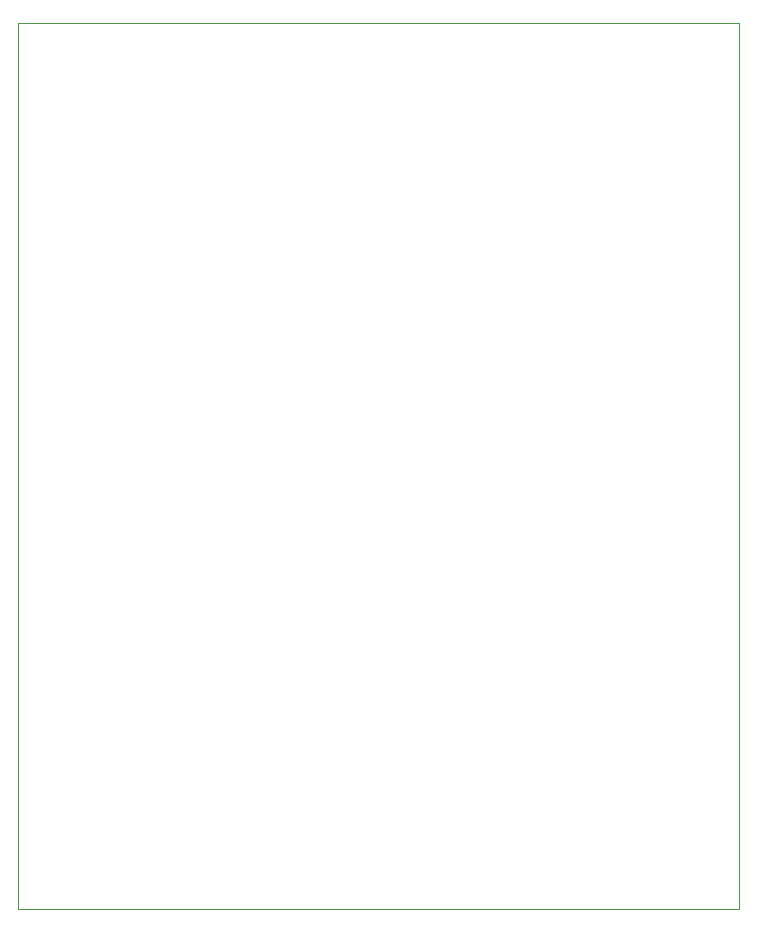
<source format=gbr>
%TF.GenerationSoftware,KiCad,Pcbnew,(5.1.6)-1*%
%TF.CreationDate,2021-01-17T16:19:00-06:00*%
%TF.ProjectId,irradiance1,69727261-6469-4616-9e63-65312e6b6963,rev?*%
%TF.SameCoordinates,Original*%
%TF.FileFunction,Profile,NP*%
%FSLAX46Y46*%
G04 Gerber Fmt 4.6, Leading zero omitted, Abs format (unit mm)*
G04 Created by KiCad (PCBNEW (5.1.6)-1) date 2021-01-17 16:19:00*
%MOMM*%
%LPD*%
G01*
G04 APERTURE LIST*
%TA.AperFunction,Profile*%
%ADD10C,0.050000*%
%TD*%
G04 APERTURE END LIST*
D10*
X88000000Y-68000000D02*
X27000000Y-68000000D01*
X88000000Y-143000000D02*
X88000000Y-68000000D01*
X27000000Y-143000000D02*
X88000000Y-143000000D01*
X27000000Y-68000000D02*
X27000000Y-143000000D01*
M02*

</source>
